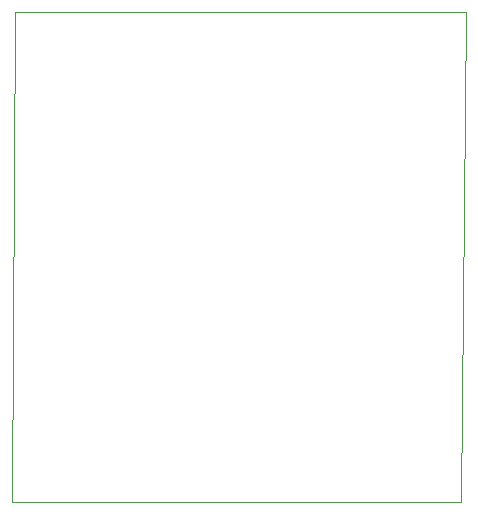
<source format=gbr>
%TF.GenerationSoftware,KiCad,Pcbnew,9.0.4*%
%TF.CreationDate,2025-10-16T00:09:43-05:00*%
%TF.ProjectId,new project,6e657720-7072-46f6-9a65-63742e6b6963,rev?*%
%TF.SameCoordinates,Original*%
%TF.FileFunction,Profile,NP*%
%FSLAX46Y46*%
G04 Gerber Fmt 4.6, Leading zero omitted, Abs format (unit mm)*
G04 Created by KiCad (PCBNEW 9.0.4) date 2025-10-16 00:09:43*
%MOMM*%
%LPD*%
G01*
G04 APERTURE LIST*
%TA.AperFunction,Profile*%
%ADD10C,0.050000*%
%TD*%
G04 APERTURE END LIST*
D10*
X108000000Y-59250000D02*
X146250000Y-59250000D01*
X107750000Y-100750000D02*
X108000000Y-59250000D01*
X146250000Y-59250000D02*
X145750000Y-100750000D01*
X145750000Y-100750000D02*
X107750000Y-100750000D01*
M02*

</source>
